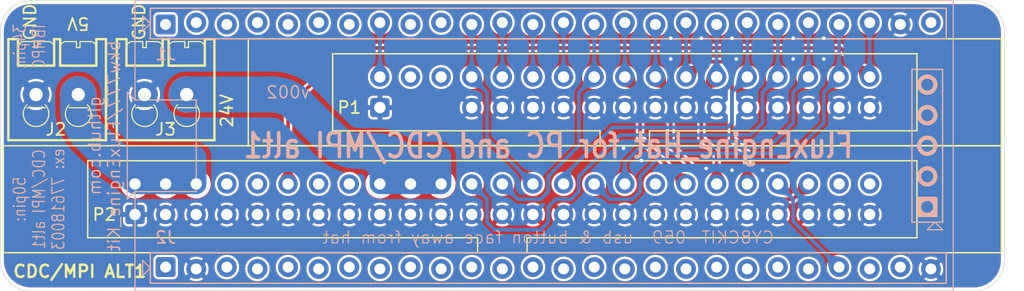
<source format=kicad_pcb>
(kicad_pcb (version 20240108) (generator "pcbnew") (generator_version "8.0")
  (title_block (title "FluxEngine_Hat for PC and CDC/MPI alt1") (date "2024-04-25") (rev "002") (company "Brian K. White - b.kenyon.w@gmail.com") (comment 1 "github.com/bkw777/FluxEngine_Kit"))
  (layers (0 "F.Cu" signal) (31 "B.Cu" signal) (34 "B.Paste" user) (35 "F.Paste" user) (36 "B.SilkS" user "B.Silkscreen") (37 "F.SilkS" user "F.Silkscreen") (38 "B.Mask" user) (39 "F.Mask" user) (44 "Edge.Cuts" user))
  (net 0 "")
  (net 1 "GND")
  (net 4 "/SIDE")
  (net 5 "/~{DSB}")
  (net 6 "/~{REDWC}")
  (net 7 "/~{TRK0}")
  (net 8 "/~{MOTB}")
  (net 9 "/~{WGATE}")
  (net 10 "/~{INDEX}")
  (net 11 "/~{WPROT}")
  (net 12 "/~{DSA}")
  (net 13 "/~{MOTA}")
  (net 14 "/~{STEP}")
  (net 15 "/DIR")
  (net 48 "/5VDC")
  (net 49 "/24VDC")
  (net 54 "/~{DSKCHG}")
  (net 57 "/~{WDATA}")
  (net 58 "/~{RDATA}")
  (net 60 "/~{TG43}")
  (footprint "000_LOCAL:IDC-Header_2x17_P2.54mm_Latch_Vertical - FDD" (layer "F.Cu") (at 133.985 93.345 90)
    (property "Reference" "P1" (at 0 -2.54 0) (layer "F.SilkS"))
    (property "Value" "FDC_BUS_IBMPC")
    (fp_line (start 5.715 -10.922) (end 5.715 51.562) (stroke (width 0.12)) (layer "F.SilkS"))
    (fp_line (start -3.175 -10.922) (end 5.715 -10.922) (stroke (width 0.12)) (layer "F.SilkS"))
    (fp_line (start 4.47 -3.92) (end 4.47 44.56) (stroke (width 0.12)) (layer "F.SilkS"))
    (fp_line (start -1.93 -3.92) (end 4.47 -3.92) (stroke (width 0.12)) (layer "F.SilkS"))
    (fp_line (start -1.93 18.27) (end -1.93 -3.92) (stroke (width 0.12)) (layer "F.SilkS"))
    (fp_line (start -3.175 18.27) (end -1.93 18.27) (stroke (width 0.12)) (layer "F.SilkS"))
    (fp_line (start -1.93 22.37) (end -1.93 22.37) (stroke (width 0.12)) (layer "F.SilkS"))
    (fp_line (start -1.93 22.37) (end -3.175 22.37) (stroke (width 0.12)) (layer "F.SilkS"))
    (fp_line (start 4.47 44.56) (end -1.93 44.56) (stroke (width 0.12)) (layer "F.SilkS"))
    (fp_line (start -1.93 44.56) (end -1.93 22.37) (stroke (width 0.12)) (layer "F.SilkS"))
    (fp_line (start 5.715 51.562) (end -3.175 51.562) (stroke (width 0.12)) (layer "F.SilkS"))
    (fp_line (start -3.175 51.562) (end -3.175 -10.922) (stroke (width 0.12)) (layer "F.SilkS"))
    (pad "1" thru_hole roundrect (at 0 0 90) (size 1.6 1.6) (drill 0.95) (layers "*.Cu" "*.Mask") (roundrect_rratio 0.15625) (net 1 "GND"))
    (pad "2" thru_hole circle (at 2.54 0 90) (size 1.6 1.6) (drill 0.95) (layers "*.Cu" "*.Mask") (net 6 "/~{REDWC}"))
    (pad "4" thru_hole circle (at 2.54 2.54 90) (size 1.6 1.6) (drill 0.95) (layers "*.Cu" "*.Mask"))
    (pad "6" thru_hole circle (at 2.54 5.08 90) (size 1.6 1.6) (drill 0.95) (layers "*.Cu" "*.Mask"))
    (pad "7" thru_hole circle (at 0 7.62 90) (size 1.6 1.6) (drill 0.95) (layers "*.Cu" "*.Mask") (net 1 "GND"))
    (pad "8" thru_hole circle (at 2.54 7.62 90) (size 1.6 1.6) (drill 0.95) (layers "*.Cu" "*.Mask") (net 10 "/~{INDEX}"))
    (pad "9" thru_hole circle (at 0 10.16 90) (size 1.6 1.6) (drill 0.95) (layers "*.Cu" "*.Mask") (net 1 "GND"))
    (pad "10" thru_hole circle (at 2.54 10.16 90) (size 1.6 1.6) (drill 0.95) (layers "*.Cu" "*.Mask") (net 13 "/~{MOTA}"))
    (pad "11" thru_hole circle (at 0 12.7 90) (size 1.6 1.6) (drill 0.95) (layers "*.Cu" "*.Mask") (net 1 "GND"))
    (pad "12" thru_hole circle (at 2.54 12.7 90) (size 1.6 1.6) (drill 0.95) (layers "*.Cu" "*.Mask") (net 5 "/~{DSB}"))
    (pad "13" thru_hole circle (at 0 15.24 90) (size 1.6 1.6) (drill 0.95) (layers "*.Cu" "*.Mask") (net 1 "GND"))
    (pad "14" thru_hole circle (at 2.54 15.24 90) (size 1.6 1.6) (drill 0.95) (layers "*.Cu" "*.Mask") (net 12 "/~{DSA}"))
    (pad "15" thru_hole circle (at 0 17.78 90) (size 1.6 1.6) (drill 0.95) (layers "*.Cu" "*.Mask") (net 1 "GND"))
    (pad "16" thru_hole circle (at 2.54 17.78 90) (size 1.6 1.6) (drill 0.95) (layers "*.Cu" "*.Mask") (net 8 "/~{MOTB}"))
    (pad "17" thru_hole circle (at 0 20.32 90) (size 1.6 1.6) (drill 0.95) (layers "*.Cu" "*.Mask") (net 1 "GND"))
    (pad "18" thru_hole circle (at 2.54 20.32 90) (size 1.6 1.6) (drill 0.95) (layers "*.Cu" "*.Mask") (net 15 "/DIR"))
    (pad "19" thru_hole circle (at 0 22.86 90) (size 1.6 1.6) (drill 0.95) (layers "*.Cu" "*.Mask") (net 1 "GND"))
    (pad "20" thru_hole circle (at 2.54 22.86 90) (size 1.6 1.6) (drill 0.95) (layers "*.Cu" "*.Mask") (net 14 "/~{STEP}"))
    (pad "21" thru_hole circle (at 0 25.4 90) (size 1.6 1.6) (drill 0.95) (layers "*.Cu" "*.Mask") (net 1 "GND"))
    (pad "22" thru_hole circle (at 2.54 25.4 90) (size 1.6 1.6) (drill 0.95) (layers "*.Cu" "*.Mask") (net 57 "/~{WDATA}"))
    (pad "23" thru_hole circle (at 0 27.94 90) (size 1.6 1.6) (drill 0.95) (layers "*.Cu" "*.Mask") (net 1 "GND"))
    (pad "24" thru_hole circle (at 2.54 27.94 90) (size 1.6 1.6) (drill 0.95) (layers "*.Cu" "*.Mask") (net 9 "/~{WGATE}"))
    (pad "25" thru_hole circle (at 0 30.48 90) (size 1.6 1.6) (drill 0.95) (layers "*.Cu" "*.Mask") (net 1 "GND"))
    (pad "26" thru_hole circle (at 2.54 30.48 90) (size 1.6 1.6) (drill 0.95) (layers "*.Cu" "*.Mask") (net 7 "/~{TRK0}"))
    (pad "27" thru_hole circle (at 0 33.02 90) (size 1.6 1.6) (drill 0.95) (layers "*.Cu" "*.Mask") (net 1 "GND"))
    (pad "28" thru_hole circle (at 2.54 33.02 90) (size 1.6 1.6) (drill 0.95) (layers "*.Cu" "*.Mask") (net 11 "/~{WPROT}"))
    (pad "29" thru_hole circle (at 0 35.56 90) (size 1.6 1.6) (drill 0.95) (layers "*.Cu" "*.Mask") (net 1 "GND"))
    (pad "30" thru_hole circle (at 2.54 35.56 90) (size 1.6 1.6) (drill 0.95) (layers "*.Cu" "*.Mask") (net 58 "/~{RDATA}"))
    (pad "31" thru_hole circle (at 0 38.1 90) (size 1.6 1.6) (drill 0.95) (layers "*.Cu" "*.Mask") (net 1 "GND"))
    (pad "32" thru_hole circle (at 2.54 38.1 90) (size 1.6 1.6) (drill 0.95) (layers "*.Cu" "*.Mask") (net 4 "/SIDE"))
    (pad "33" thru_hole circle (at 0 40.64 90) (size 1.6 1.6) (drill 0.95) (layers "*.Cu" "*.Mask") (net 1 "GND"))
    (pad "34" thru_hole circle (at 2.54 40.64 90) (size 1.6 1.6) (drill 0.95) (layers "*.Cu" "*.Mask") (net 54 "/~{DSKCHG}"))
  )
  (footprint "000_LOCAL:IDC-Header_2x25_P2.54mm_Latch_Vertical" (layer "F.Cu") (at 113.665001 102.235001 90)
    (property "Reference" "P2" (at 0 -2.54 0) (layer "F.SilkS"))
    (property "Value" "FDC_BUS_CDC_alt1")
    (fp_line (start 5.715 -10.922) (end 5.715 71.882) (stroke (width 0.12)) (layer "F.SilkS"))
    (fp_line (start -3.175 -10.922) (end 5.715 -10.922) (stroke (width 0.12)) (layer "F.SilkS"))
    (fp_line (start 4.47 -3.92) (end 4.47 64.88) (stroke (width 0.12)) (layer "F.SilkS"))
    (fp_line (start -1.930001 -3.92) (end 4.47 -3.92) (stroke (width 0.12)) (layer "F.SilkS"))
    (fp_line (start -1.93 28.43) (end -1.930001 -3.92) (stroke (width 0.12)) (layer "F.SilkS"))
    (fp_line (start -3.175 28.43) (end -1.93 28.43) (stroke (width 0.12)) (layer "F.SilkS"))
    (fp_line (start -1.93 32.530001) (end -1.93 32.530001) (stroke (width 0.12)) (layer "F.SilkS"))
    (fp_line (start -1.93 32.530001) (end -3.175 32.530001) (stroke (width 0.12)) (layer "F.SilkS"))
    (fp_line (start 4.47 64.88) (end -1.93 64.88) (stroke (width 0.12)) (layer "F.SilkS"))
    (fp_line (start -1.93 64.88) (end -1.93 32.530001) (stroke (width 0.12)) (layer "F.SilkS"))
    (fp_line (start 5.715 71.882) (end -3.175 71.882001) (stroke (width 0.12)) (layer "F.SilkS"))
    (fp_line (start -3.175 71.882001) (end -3.175 -10.922) (stroke (width 0.12)) (layer "F.SilkS"))
    (pad "1" thru_hole roundrect (at 0 0 90) (size 1.6 1.6) (drill 0.95) (layers "*.Cu" "*.Mask") (roundrect_rratio 0.15625) (net 1 "GND"))
    (pad "2" thru_hole circle (at 2.54 0 90) (size 1.6 1.6) (drill 0.95) (layers "*.Cu" "*.Mask") (net 48 "/5VDC"))
    (pad "3" thru_hole circle (at 0 2.54 90) (size 1.6 1.6) (drill 0.95) (layers "*.Cu" "*.Mask") (net 1 "GND"))
    (pad "4" thru_hole circle (at 2.54 2.54 90) (size 1.6 1.6) (drill 0.95) (layers "*.Cu" "*.Mask") (net 48 "/5VDC"))
    (pad "5" thru_hole circle (at 0 5.079999 90) (size 1.6 1.6) (drill 0.95) (layers "*.Cu" "*.Mask") (net 1 "GND"))
    (pad "6" thru_hole circle (at 2.54 5.08 90) (size 1.6 1.6) (drill 0.95) (layers "*.Cu" "*.Mask") (net 48 "/5VDC"))
    (pad "7" thru_hole circle (at 0 7.62 90) (size 1.6 1.6) (drill 0.95) (layers "*.Cu" "*.Mask") (net 1 "GND"))
    (pad "8" thru_hole circle (at 2.54 7.62 90) (size 1.6 1.6) (drill 0.95) (layers "*.Cu" "*.Mask"))
    (pad "9" thru_hole circle (at 0 10.16 90) (size 1.6 1.6) (drill 0.95) (layers "*.Cu" "*.Mask") (net 1 "GND"))
    (pad "10" thru_hole circle (at 2.54 10.16 90) (size 1.6 1.6) (drill 0.95) (layers "*.Cu" "*.Mask"))
    (pad "11" thru_hole circle (at 0 12.7 90) (size 1.6 1.6) (drill 0.95) (layers "*.Cu" "*.Mask") (net 1 "GND"))
    (pad "12" thru_hole circle (at 2.54 12.7 90) (size 1.6 1.6) (drill 0.95) (layers "*.Cu" "*.Mask") (net 54 "/~{DSKCHG}"))
    (pad "13" thru_hole circle (at 0 15.24 90) (size 1.6 1.6) (drill 0.95) (layers "*.Cu" "*.Mask") (net 1 "GND"))
    (pad "14" thru_hole circle (at 2.54 15.24 90) (size 1.6 1.6) (drill 0.95) (layers "*.Cu" "*.Mask"))
    (pad "15" thru_hole circle (at 0 17.780001 90) (size 1.6 1.6) (drill 0.95) (layers "*.Cu" "*.Mask") (net 1 "GND"))
    (pad "16" thru_hole circle (at 2.54 17.78 90) (size 1.6 1.6) (drill 0.95) (layers "*.Cu" "*.Mask"))
    (pad "17" thru_hole circle (at 0 20.32 90) (size 1.6 1.6) (drill 0.95) (layers "*.Cu" "*.Mask") (net 1 "GND"))
    (pad "18" thru_hole circle (at 2.54 20.32 90) (size 1.6 1.6) (drill 0.95) (layers "*.Cu" "*.Mask") (net 49 "/24VDC"))
    (pad "19" thru_hole circle (at 0 22.86 90) (size 1.6 1.6) (drill 0.95) (layers "*.Cu" "*.Mask") (net 1 "GND"))
    (pad "20" thru_hole circle (at 2.54 22.86 90) (size 1.6 1.6) (drill 0.95) (layers "*.Cu" "*.Mask") (net 49 "/24VDC"))
    (pad "21" thru_hole circle (at 0 25.4 90) (size 1.6 1.6) (drill 0.95) (layers "*.Cu" "*.Mask") (net 1 "GND"))
    (pad "22" thru_hole circle (at 2.54 25.4 90) (size 1.6 1.6) (drill 0.95) (layers "*.Cu" "*.Mask") (net 49 "/24VDC"))
    (pad "23" thru_hole circle (at 0 27.939999 90) (size 1.6 1.6) (drill 0.95) (layers "*.Cu" "*.Mask") (net 1 "GND"))
    (pad "24" thru_hole circle (at 2.54 27.94 90) (size 1.6 1.6) (drill 0.95) (layers "*.Cu" "*.Mask") (net 11 "/~{WPROT}"))
    (pad "25" thru_hole circle (at 0 30.48 90) (size 1.6 1.6) (drill 0.95) (layers "*.Cu" "*.Mask") (net 1 "GND"))
    (pad "26" thru_hole circle (at 2.54 30.48 90) (size 1.6 1.6) (drill 0.95) (layers "*.Cu" "*.Mask") (net 8 "/~{MOTB}"))
    (pad "27" thru_hole circle (at 0 33.02 90) (size 1.6 1.6) (drill 0.95) (layers "*.Cu" "*.Mask") (net 1 "GND"))
    (pad "28" thru_hole circle (at 2.54 33.02 90) (size 1.6 1.6) (drill 0.95) (layers "*.Cu" "*.Mask") (net 10 "/~{INDEX}"))
    (pad "29" thru_hole circle (at 0 35.56 90) (size 1.6 1.6) (drill 0.95) (layers "*.Cu" "*.Mask") (net 1 "GND"))
    (pad "30" thru_hole circle (at 2.54 35.56 90) (size 1.6 1.6) (drill 0.95) (layers "*.Cu" "*.Mask") (net 7 "/~{TRK0}"))
    (pad "31" thru_hole circle (at 0 38.099999 90) (size 1.6 1.6) (drill 0.95) (layers "*.Cu" "*.Mask") (net 1 "GND"))
    (pad "32" thru_hole circle (at 2.54 38.1 90) (size 1.6 1.6) (drill 0.95) (layers "*.Cu" "*.Mask") (net 4 "/SIDE"))
    (pad "33" thru_hole circle (at 0 40.640001 90) (size 1.6 1.6) (drill 0.95) (layers "*.Cu" "*.Mask") (net 1 "GND"))
    (pad "34" thru_hole circle (at 2.54 40.64 90) (size 1.6 1.6) (drill 0.95) (layers "*.Cu" "*.Mask") (net 58 "/~{RDATA}"))
    (pad "35" thru_hole circle (at 0 43.18 90) (size 1.6 1.6) (drill 0.95) (layers "*.Cu" "*.Mask") (net 1 "GND"))
    (pad "36" thru_hole circle (at 2.54 43.18 90) (size 1.6 1.6) (drill 0.95) (layers "*.Cu" "*.Mask"))
    (pad "37" thru_hole circle (at 0 45.72 90) (size 1.6 1.6) (drill 0.95) (layers "*.Cu" "*.Mask") (net 1 "GND"))
    (pad "38" thru_hole circle (at 2.54 45.72 90) (size 1.6 1.6) (drill 0.95) (layers "*.Cu" "*.Mask") (net 15 "/DIR"))
    (pad "39" thru_hole circle (at 0 48.26 90) (size 1.6 1.6) (drill 0.95) (layers "*.Cu" "*.Mask") (net 1 "GND"))
    (pad "40" thru_hole circle (at 2.54 48.26 90) (size 1.6 1.6) (drill 0.95) (layers "*.Cu" "*.Mask") (net 9 "/~{WGATE}"))
    (pad "41" thru_hole circle (at 0 50.799999 90) (size 1.6 1.6) (drill 0.95) (layers "*.Cu" "*.Mask") (net 1 "GND"))
    (pad "42" thru_hole circle (at 2.54 50.8 90) (size 1.6 1.6) (drill 0.95) (layers "*.Cu" "*.Mask") (net 57 "/~{WDATA}"))
    (pad "43" thru_hole circle (at 0 53.34 90) (size 1.6 1.6) (drill 0.95) (layers "*.Cu" "*.Mask") (net 1 "GND"))
    (pad "44" thru_hole circle (at 2.54 53.34 90) (size 1.6 1.6) (drill 0.95) (layers "*.Cu" "*.Mask") (net 60 "/~{TG43}"))
    (pad "45" thru_hole circle (at 0 55.88 90) (size 1.6 1.6) (drill 0.95) (layers "*.Cu" "*.Mask") (net 1 "GND"))
    (pad "46" thru_hole circle (at 2.54 55.88 90) (size 1.6 1.6) (drill 0.95) (layers "*.Cu" "*.Mask") (net 14 "/~{STEP}"))
    (pad "47" thru_hole circle (at 0 58.42 90) (size 1.6 1.6) (drill 0.95) (layers "*.Cu" "*.Mask") (net 1 "GND"))
    (pad "48" thru_hole circle (at 2.54 58.42 90) (size 1.6 1.6) (drill 0.95) (layers "*.Cu" "*.Mask"))
    (pad "49" thru_hole circle (at 0 60.959999 90) (size 1.6 1.6) (drill 0.95) (layers "*.Cu" "*.Mask") (net 1 "GND"))
    (pad "50" thru_hole circle (at 2.54 60.96 90) (size 1.6 1.6) (drill 0.95) (layers "*.Cu" "*.Mask"))
  )
  (footprint "000_LOCAL:ScrewTerminal_1x02_P3.5mm_vertical" (layer "F.Cu") (at 107.205001 91.859999)
    (property "Reference" "J2" (at -0.1 3.3 0) (layer "F.SilkS") (effects (font (size 1.000843 1.000843))))
    (property "Value" "5V" (at 1.75 -5.5 180) (layer "F.SilkS"))
    (fp_line (start -4.05 -4.2) (end -4.05 4.2) (stroke (width 0.2)) (layer "F.SilkS"))
    (fp_line (start -4.05 4.2) (end 4.05 4.2) (stroke (width 0.2)) (layer "F.SilkS"))
    (fp_line (start -3.25 -4.2) (end -4.05 -4.2) (stroke (width 0.2)) (layer "F.SilkS"))
    (fp_line (start -3.25 -2) (end -3.25 -4.2) (stroke (width 0.2)) (layer "F.SilkS"))
    (fp_line (start -2.75 -4) (end -1.9 -4) (stroke (width 0.1)) (layer "F.SilkS"))
    (fp_line (start -2.5 1.5) (end -1 1.5) (stroke (width 0.1)) (layer "F.SilkS"))
    (fp_line (start -1.9 -4) (end -1.9 -3.5) (stroke (width 0.1)) (layer "F.SilkS"))
    (fp_line (start -1.9 -3.5) (end -1.6 -3.5) (stroke (width 0.1)) (layer "F.SilkS"))
    (fp_line (start -1.6 -3.999998) (end -0.75 -3.999998) (stroke (width 0.1)) (layer "F.SilkS"))
    (fp_line (start -1.6 -3.5) (end -1.6 -4) (stroke (width 0.1)) (layer "F.SilkS"))
    (fp_line (start -0.25 -2) (end -3.25 -2) (stroke (width 0.2)) (layer "F.SilkS"))
    (fp_line (start -0.25 -2) (end -0.25 -4.2) (stroke (width 0.2)) (layer "F.SilkS"))
    (fp_line (start 0.25 -4.2) (end -0.25 -4.2) (stroke (width 0.2)) (layer "F.SilkS"))
    (fp_line (start 0.25 -2) (end 0.25 -4.2) (stroke (width 0.2)) (layer "F.SilkS"))
    (fp_line (start 0.75 -3.999998) (end 1.6 -3.999998) (stroke (width 0.1)) (layer "F.SilkS"))
    (fp_line (start 1 1.5) (end 2.5 1.5) (stroke (width 0.1)) (layer "F.SilkS"))
    (fp_line (start 1.6 -4) (end 1.6 -3.5) (stroke (width 0.1)) (layer "F.SilkS"))
    (fp_line (start 1.6 -3.499998) (end 1.9 -3.499998) (stroke (width 0.1)) (layer "F.SilkS"))
    (fp_line (start 1.9 -3.999998) (end 2.75 -3.999998) (stroke (width 0.1)) (layer "F.SilkS"))
    (fp_line (start 1.9 -3.499998) (end 1.9 -3.999998) (stroke (width 0.1)) (layer "F.SilkS"))
    (fp_line (start 3.25 -2) (end 0.25 -2) (stroke (width 0.2)) (layer "F.SilkS"))
    (fp_line (start 3.25 -2) (end 3.25 -4.2) (stroke (width 0.2)) (layer "F.SilkS"))
    (fp_line (start 4.05 -4.2) (end 3.25 -4.2) (stroke (width 0.2)) (layer "F.SilkS"))
    (fp_line (start 4.05 4.2) (end 4.05 -4.2) (stroke (width 0.2)) (layer "F.SilkS"))
    (fp_arc (start -3.25 -3.5) (mid -3.103553 -3.853553) (end -2.75 -4) (stroke (width 0.1)) (layer "F.SilkS"))
    (fp_arc (start -1 1.25) (mid -1.75 3.06066) (end -2.5 1.25) (stroke (width 0.1)) (layer "F.SilkS"))
    (fp_arc (start -0.75 -3.999998) (mid -0.396447 -3.853552) (end -0.250001 -3.499999) (stroke (width 0.1)) (layer "F.SilkS"))
    (fp_arc (start 0.25 -3.5) (mid 0.396447 -3.853553) (end 0.75 -4) (stroke (width 0.1)) (layer "F.SilkS"))
    (fp_arc (start 2.5 1.25) (mid 1.75 3.06066) (end 1 1.25) (stroke (width 0.1)) (layer "F.SilkS"))
    (fp_arc (start 2.75 -3.999998) (mid 3.103552 -3.853552) (end 3.249999 -3.499999) (stroke (width 0.1)) (layer "F.SilkS"))
    (pad "1" thru_hole circle (at -1.75 0.4) (size 2.2 2.2) (drill 1.1) (layers "*.Cu" "*.Mask") (net 1 "GND") (thermal_bridge_width 0.6))
    (pad "2" thru_hole circle (at 1.75 0.4) (size 2.2 2.2) (drill 1.1) (layers "*.Cu" "*.Mask") (net 48 "/5VDC"))
  )
  (footprint "000_LOCAL:ScrewTerminal_1x02_P3.5mm_vertical" (layer "F.Cu") (at 116.205001 91.859999)
    (property "Reference" "J3" (at 0 3.3 0) (layer "F.SilkS") (effects (font (size 1.000843 1.000843))))
    (property "Value" "24V" (at 4.5 1.75 90) (layer "F.SilkS") (effects (justify top)))
    (fp_line (start -4.05 -4.2) (end -4.05 4.2) (stroke (width 0.2)) (layer "F.SilkS"))
    (fp_line (start -4.05 4.2) (end 4.05 4.2) (stroke (width 0.2)) (layer "F.SilkS"))
    (fp_line (start -3.250001 -4.2) (end -4.05 -4.2) (stroke (width 0.2)) (layer "F.SilkS"))
    (fp_line (start -3.25 -2.000001) (end -3.250001 -4.2) (stroke (width 0.2)) (layer "F.SilkS"))
    (fp_line (start -2.75 -4) (end -1.9 -4) (stroke (width 0.1)) (layer "F.SilkS"))
    (fp_line (start -2.5 1.5) (end -1 1.5) (stroke (width 0.1)) (layer "F.SilkS"))
    (fp_line (start -1.9 -4) (end -1.9 -3.5) (stroke (width 0.1)) (layer "F.SilkS"))
    (fp_line (start -1.9 -3.5) (end -1.6 -3.5) (stroke (width 0.1)) (layer "F.SilkS"))
    (fp_line (start -1.6 -3.999998) (end -0.75 -3.999998) (stroke (width 0.1)) (layer "F.SilkS"))
    (fp_line (start -1.6 -3.5) (end -1.6 -4) (stroke (width 0.1)) (layer "F.SilkS"))
    (fp_line (start -0.25 -2) (end -3.25 -2.000001) (stroke (width 0.2)) (layer "F.SilkS"))
    (fp_line (start -0.25 -2) (end -0.25 -4.2) (stroke (width 0.2)) (layer "F.SilkS"))
    (fp_line (start 0.25 -4.2) (end -0.25 -4.2) (stroke (width 0.2)) (layer "F.SilkS"))
    (fp_line (start 0.25 -2) (end 0.25 -4.2) (stroke (width 0.2)) (layer "F.SilkS"))
    (fp_line (start 0.75 -3.999998) (end 1.6 -3.999998) (stroke (width 0.1)) (layer "F.SilkS"))
    (fp_line (start 1 1.5) (end 2.5 1.5) (stroke (width 0.1)) (layer "F.SilkS"))
    (fp_line (start 1.6 -4) (end 1.6 -3.5) (stroke (width 0.1)) (layer "F.SilkS"))
    (fp_line (start 1.6 -3.499998) (end 1.9 -3.499998) (stroke (width 0.1)) (layer "F.SilkS"))
    (fp_line (start 1.9 -3.999998) (end 2.75 -3.999998) (stroke (width 0.1)) (layer "F.SilkS"))
    (fp_line (start 1.9 -3.499998) (end 1.9 -3.999998) (stroke (width 0.1)) (layer "F.SilkS"))
    (fp_line (start 3.25 -2.000001) (end 0.25 -2) (stroke (width 0.2)) (layer "F.SilkS"))
    (fp_line (start 3.25 -2.000001) (end 3.250001 -4.2) (stroke (width 0.2)) (layer "F.SilkS"))
    (fp_line (start 4.05 -4.2) (end 3.250001 -4.2) (stroke (width 0.2)) (layer "F.SilkS"))
    (fp_line (start 4.05 4.2) (end 4.05 -4.2) (stroke (width 0.2)) (layer "F.SilkS"))
    (fp_arc (start -3.25 -3.5) (mid -3.103553 -3.853553) (end -2.75 -4) (stroke (width 0.1)) (layer "F.SilkS"))
    (fp_arc (start -1 1.25) (mid -1.749999 3.060659) (end -2.499999 1.25) (stroke (width 0.1)) (layer "F.SilkS"))
    (fp_arc (start -0.75 -3.999998) (mid -0.396447 -3.853552) (end -0.25 -3.499999) (stroke (width 0.1)) (layer "F.SilkS"))
    (fp_arc (start 0.25 -3.5) (mid 0.396447 -3.853553) (end 0.75 -4) (stroke (width 0.1)) (layer "F.SilkS"))
    (fp_arc (start 2.499999 1.25) (mid 1.749999 3.06066) (end 1 1.25) (stroke (width 0.1)) (layer "F.SilkS"))
    (fp_arc (start 2.75 -3.999998) (mid 3.103552 -3.853552) (end 3.249999 -3.499999) (stroke (width 0.1)) (layer "F.SilkS"))
    (pad "1" thru_hole circle (at -1.75 0.4) (size 2.2 2.2) (drill 1.1) (layers "*.Cu" "*.Mask") (net 1 "GND") (thermal_bridge_width 0.6))
    (pad "2" thru_hole circle (at 1.75 0.4) (size 2.2 2.2) (drill 1.1) (layers "*.Cu" "*.Mask") (net 49 "/24VDC"))
  )
  (footprint "000_LOCAL:CY8CKIT-059 dry fit" (layer "B.Cu") (at 116.205001 86.359999 -90)
    (property "Reference" "J1" (hide yes))
    (property "Value" "CY8CKIT-059")
    (fp_line (start 14.605 3.175) (end 5.715 3.175) (stroke (width 0.1)) (layer "B.SilkS"))
    (fp_line (start 6.35 2.54) (end 5.715 3.175) (stroke (width 0.1)) (layer "B.SilkS"))
    (fp_line (start 6.35 2.54) (end -1.905 2.54) (stroke (width 0.1)) (layer "B.SilkS"))
    (fp_line (start 6.35 2.54) (end 6.35 -2.54) (stroke (width 0.1)) (layer "B.SilkS"))
    (fp_line (start 13.97 2.54) (end 14.605 3.175) (stroke (width 0.1)) (layer "B.SilkS"))
    (fp_line (start 22.225 2.54) (end 13.97 2.54) (stroke (width 0.1)) (layer "B.SilkS"))
    (fp_line (start 22.225 2.54) (end 22.225 -65.3542) (stroke (width 0.1)) (layer "B.SilkS"))
    (fp_line (start -0.635 1.905) (end 0 1.27) (stroke (width 0.1)) (layer "B.SilkS"))
    (fp_line (start 0.635 1.905) (end -0.635 1.905) (stroke (width 0.1)) (layer "B.SilkS"))
    (fp_line (start 19.685 1.905) (end 20.32 1.27) (stroke (width 0.1)) (layer "B.SilkS"))
    (fp_line (start 20.955 1.905) (end 19.685 1.905) (stroke (width 0.1)) (layer "B.SilkS"))
    (fp_line (start 0 1.27) (end 0.635 1.905) (stroke (width 0.1)) (layer "B.SilkS"))
    (fp_line (start 1.27 1.27) (end -1.27 1.27) (stroke (width 0.12)) (layer "B.SilkS"))
    (fp_line (start 20.32 1.27) (end 20.955 1.905) (stroke (width 0.1)) (layer "B.SilkS"))
    (fp_line (start 21.59 1.27) (end 19.05 1.27) (stroke (width 0.12)) (layer "B.SilkS"))
    (fp_line (start 6.35 -2.54) (end 13.97 -2.54) (stroke (width 0.1)) (layer "B.SilkS"))
    (fp_line (start 13.97 -2.54) (end 13.97 2.54) (stroke (width 0.1)) (layer "B.SilkS"))
    (fp_line (start 3.809998 -61.9252) (end 16.509999 -61.925199) (stroke (width 0.12)) (layer "B.SilkS"))
    (fp_line (start 17.145 -63.1952) (end 16.51 -63.8302) (stroke (width 0.1)) (layer "B.SilkS"))
    (fp_line (start 16.51 -63.8302) (end 17.145 -64.4652) (stroke (width 0.1)) (layer "B.SilkS"))
    (fp_line (start 3.809998 -64.4652) (end 3.809998 -61.9252) (stroke (width 0.12)) (layer "B.SilkS"))
    (fp_line (start 3.809998 -64.4652) (end 16.509999 -64.465201) (stroke (width 0.12)) (layer "B.SilkS"))
    (fp_line (start 17.145 -64.4652) (end 17.145 -63.1952) (stroke (width 0.1)) (layer "B.SilkS"))
    (fp_line (start 16.509999 -64.465201) (end 16.509999 -61.925199) (stroke (width 0.12)) (layer "B.SilkS"))
    (fp_line (start -1.27 -64.77) (end -1.27 1.27) (stroke (width 0.12)) (layer "B.SilkS"))
    (fp_line (start 1.27 -64.77) (end 1.27 1.27) (stroke (width 0.12)) (layer "B.SilkS"))
    (fp_line (start 1.27 -64.77) (end -1.27 -64.77) (stroke (width 0.12)) (layer "B.SilkS"))
    (fp_line (start 19.05 -64.77) (end 19.05 1.27) (stroke (width 0.12)) (layer "B.SilkS"))
    (fp_line (start 21.59 -64.77) (end 21.59 1.27) (stroke (width 0.12)) (layer "B.SilkS"))
    (fp_line (start 21.59 -64.77) (end 19.05 -64.77) (stroke (width 0.12)) (layer "B.SilkS"))
    (fp_line (start -1.905 -65.3542) (end -1.905 2.54) (stroke (width 0.1)) (layer "B.SilkS"))
    (fp_line (start 22.225 -65.3542) (end -1.905 -65.3542) (stroke (width 0.1)) (layer "B.SilkS"))
    (fp_rect (start 15.9131 -63.8683) (end 14.5669 -62.5221) (stroke (width 0.35052)) (fill none) (layer "B.SilkS"))
    (fp_circle (center 5.08 -63.1952) (end 5.7531 -63.1952) (stroke (width 0.35052)) (fill none) (layer "B.SilkS"))
    (fp_circle (center 7.62 -63.1952) (end 8.2931 -63.1952) (stroke (width 0.35052)) (fill none) (layer "B.SilkS"))
    (fp_circle (center 10.16 -63.1952) (end 10.8331 -63.1952) (stroke (width 0.35052)) (fill none) (layer "B.SilkS"))
    (fp_circle (center 12.7 -63.1952) (end 13.3731 -63.1952) (stroke (width 0.35052)) (fill none) (layer "B.SilkS"))
    (fp_circle (center 15.24 -63.1952) (end 15.9131 -63.1952) (stroke (width 0.35052)) (fill none) (layer "B.SilkS"))
    (fp_text user "J2" (at 17.78 0 0) (layer "B.SilkS") (effects (justify mirror)))
    (fp_text user "J1" (at 2.54 0 0) (layer "B.SilkS") (effects (justify mirror)))
    (pad "J1_1" thru_hole roundrect (at 0.0762 0 270) (size 1.651 1.651) (drill 0.9144) (layers "*.Cu" "*.Mask") (roundrect_rratio 0.1514233798))
    (pad "J1_2" thru_hole circle (at -0.0762 -2.54 270) (size 1.651 1.651) (drill 0.9144) (layers "*.Cu" "*.Mask"))
    (pad "J1_3" thru_hole circle (at 0.0762 -5.08 270) (size 1.651 1.651) (drill 0.9144) (layers "*.Cu" "*.Mask"))
    (pad "J1_4" thru_hole circle (at -0.0762 -7.62 270) (size 1.651 1.651) (drill 0.9144) (layers "*.Cu" "*.Mask"))
    (pad "J1_5" thru_hole circle (at 0.0762 -10.16 270) (size 1.651 1.651) (drill 0.9144) (layers "*.Cu" "*.Mask"))
    (pad "J1_6" thru_hole circle (at -0.0762 -12.7 270) (size 1.651 1.651) (drill 0.9144) (layers "*.Cu" "*.Mask"))
    (pad "J1_7" thru_hole circle (at 0.0762 -15.24 270) (size 1.651 1.651) (drill 0.9144) (layers "*.Cu" "*.Mask"))
    (pad "J1_8" thru_hole circle (at -0.0762 -17.78 270) (size 1.651 1.651) (drill 0.9144) (layers "*.Cu" "*.Mask") (net 6 "/~{REDWC}"))
    (pad "J1_9" thru_hole circle (at 0.0762 -20.32 270) (size 1.651 1.651) (drill 0.9144) (layers "*.Cu" "*.Mask"))
    (pad "J1_10" thru_hole circle (at -0.0762 -22.86 270) (size 1.651 1.651) (drill 0.9144) (layers "*.Cu" "*.Mask"))
    (pad "J1_11" thru_hole circle (at 0.0762 -25.4 270) (size 1.651 1.651) (drill 0.9144) (layers "*.Cu" "*.Mask") (net 10 "/~{INDEX}"))
    (pad "J1_12" thru_hole circle (at -0.0762 -27.94 270) (size 1.651 1.651) (drill 0.9144) (layers "*.Cu" "*.Mask") (net 13 "/~{MOTA}"))
    (pad "J1_13" thru_hole circle (at 0.0762 -30.48 270) (size 1.651 1.651) (drill 0.9144) (layers "*.Cu" "*.Mask") (net 5 "/~{DSB}"))
    (pad "J1_14" thru_hole circle (at -0.0762 -33.02 270) (size 1.651 1.651) (drill 0.9144) (layers "*.Cu" "*.Mask") (net 12 "/~{DSA}"))
    (pad "J1_15" thru_hole circle (at 0.0762 -35.56 270) (size 1.651 1.651) (drill 0.9144) (layers "*.Cu" "*.Mask") (net 8 "/~{MOTB}"))
    (pad "J1_16" thru_hole circle (at -0.0762 -38.1 270) (size 1.651 1.651) (drill 0.9144) (layers "*.Cu" "*.Mask") (net 15 "/DIR"))
    (pad "J1_17" thru_hole circle (at 0.0762 -40.64 270) (size 1.651 1.651) (drill 0.9144) (layers "*.Cu" "*.Mask") (net 14 "/~{STEP}"))
    (pad "J1_18" thru_hole circle (at -0.0762 -43.18 270) (size 1.651 1.651) (drill 0.9144) (layers "*.Cu" "*.Mask") (net 57 "/~{WDATA}"))
    (pad "J1_19" thru_hole circle (at 0.0762 -45.72 270) (size 1.651 1.651) (drill 0.9144) (layers "*.Cu" "*.Mask") (net 9 "/~{WGATE}"))
    (pad "J1_20" thru_hole circle (at -0.0762 -48.26 270) (size 1.651 1.651) (drill 0.9144) (layers "*.Cu" "*.Mask") (net 7 "/~{TRK0}"))
    (pad "J1_21" thru_hole circle (at 0.0762 -50.8 270) (size 1.651 1.651) (drill 0.9144) (layers "*.Cu" "*.Mask") (net 11 "/~{WPROT}"))
    (pad "J1_22" thru_hole circle (at -0.0762 -53.34 270) (size 1.651 1.651) (drill 0.9144) (layers "*.Cu" "*.Mask") (net 58 "/~{RDATA}"))
    (pad "J1_23" thru_hole circle (at 0.0762 -55.88 270) (size 1.651 1.651) (drill 0.9144) (layers "*.Cu" "*.Mask") (net 4 "/SIDE"))
    (pad "J1_24" thru_hole circle (at -0.0762 -58.42 270) (size 1.651 1.651) (drill 0.9144) (layers "*.Cu" "*.Mask") (net 54 "/~{DSKCHG}"))
    (pad "J1_25" thru_hole circle (at 0.0762 -60.96 270) (size 1.651 1.651) (drill 0.9144) (layers "*.Cu" "*.Mask") (net 1 "GND"))
    (pad "J1_26" thru_hole circle (at -0.0762 -63.5 270) (size 1.651 1.651) (drill 0.9144) (layers "*.Cu" "*.Mask"))
    (pad "J2_1" thru_hole roundrect (at 20.2438 0 270) (size 1.651 1.651) (drill 0.9144) (layers "*.Cu" "*.Mask") (roundrect_rratio 0.1514233798))
    (pad "J2_2" thru_hole circle (at 20.3962 -2.54 270) (size 1.651 1.651) (drill 0.9144) (layers "*.Cu" "*.Mask") (net 1 "GND"))
    (pad "J2_3" thru_hole circle (at 20.2438 -5.08 270) (size 1.651 1.651) (drill 0.9144) (layers "*.Cu" "*.Mask"))
    (pad "J2_4" thru_hole circle (at 20.3962 -7.62 270) (size 1.651 1.651) (drill 0.9144) (layers "*.Cu" "*.Mask"))
    (pad "J2_5" thru_hole circle (at 20.2438 -10.16 270) (size 1.651 1.651) (drill 0.9144) (layers "*.Cu" "*.Mask"))
    (pad "J2_6" thru_hole circle (at 20.3962 -12.7 270) (size 1.651 1.651) (drill 0.9144) (layers "*.Cu" "*.Mask"))
    (pad "J2_7" thru_hole circle (at 20.2438 -15.24 270) (size 1.651 1.651) (drill 0.9144) (layers "*.Cu" "*.Mask"))
    (pad "J2_8" thru_hole circle (at 20.3962 -17.78 270) (size 1.651 1.651) (drill 0.9144) (layers "*.Cu" "*.Mask"))
    (pad "J2_9" thru_hole circle (at 20.2438 -20.32 270) (size 1.651 1.651) (drill 0.9144) (layers "*.Cu" "*.Mask"))
    (pad "J2_10" thru_hole circle (at 20.3962 -22.86 270) (size 1.651 1.651) (drill 0.9144) (layers "*.Cu" "*.Mask"))
    (pad "J2_11" thru_hole circle (at 20.2438 -25.4 270) (size 1.651 1.651) (drill 0.9144) (layers "*.Cu" "*.Mask"))
    (pad "J2_12" thru_hole circle (at 20.3962 -27.94 270) (size 1.651 1.651) (drill 0.9144) (layers "*.Cu" "*.Mask"))
    (pad "J2_13" thru_hole circle (at 20.2438 -30.48 270) (size 1.651 1.651) (drill 0.9144) (layers "*.Cu" "*.Mask"))
    (pad "J2_14" thru_hole circle (at 20.3962 -33.02 270) (size 1.651 1.651) (drill 0.9144) (layers "*.Cu" "*.Mask"))
    (pad "J2_15" thru_hole circle (at 20.2438 -35.56 270) (size 1.651 1.651) (drill 0.9144) (layers "*.Cu" "*.Mask"))
    (pad "J2_16" thru_hole circle (at 20.3962 -38.1 270) (size 1.651 1.651) (drill 0.9144) (layers "*.Cu" "*.Mask"))
    (pad "J2_17" thru_hole circle (at 20.2438 -40.64 270) (size 1.651 1.651) (drill 0.9144) (layers "*.Cu" "*.Mask"))
    (pad "J2_18" thru_hole circle (at 20.3962 -43.18 270) (size 1.651 1.651) (drill 0.9144) (layers "*.Cu" "*.Mask"))
    (pad "J2_19" thru_hole circle (at 20.2438 -45.72 270) (size 1.651 1.651) (drill 0.9144) (layers "*.Cu" "*.Mask"))
    (pad "J2_20" thru_hole circle (at 20.3962 -48.26 270) (size 1.651 1.651) (drill 0.9144) (layers "*.Cu" "*.Mask"))
    (pad "J2_21" thru_hole circle (at 20.2438 -50.8 270) (size 1.651 1.651) (drill 0.9144) (layers "*.Cu" "*.Mask"))
    (pad "J2_22" thru_hole circle (at 20.3962 -53.34 270) (size 1.651 1.651) (drill 0.9144) (layers "*.Cu" "*.Mask"))
    (pad "J2_23" thru_hole circle (at 20.2438 -55.88 270) (size 1.651 1.651) (drill 0.9144) (layers "*.Cu" "*.Mask") (net 60 "/~{TG43}"))
    (pad "J2_24" thru_hole circle (at 20.3962 -58.42 270) (size 1.651 1.651) (drill 0.9144) (layers "*.Cu" "*.Mask"))
    (pad "J2_25" thru_hole circle (at 20.2438 -60.96 270) (size 1.651 1.651) (drill 0.9144) (layers "*.Cu" "*.Mask"))
    (pad "J2_26" thru_hole circle (at 20.3962 -63.5 270) (size 1.651 1.651) (drill 0.9144) (layers "*.Cu" "*.Mask") (net 1 "GND"))
  )
  (gr_line (start 113.665001 99.695001) (end 111.455001 98.109999) (stroke (width 1.7)) (layer "B.Cu") (net 48))
  (gr_rect (start 133.985001 97.445724) (end 139.065001 99.695001) (stroke (width 1.7)) (fill solid) (layer "B.Cu") (net 49))
  (gr_rect (start 113.665001 97.445724) (end 118.745001 99.695001) (stroke (width 1.7)) (fill solid) (layer "B.Cu") (net 48))
  (gr_arc (start 132.425001 98.249999) (mid 133.068468 98.516532) (end 133.335001 99.159999) (stroke (width 0.4)) (layer "B.Cu") (net 49))
  (gr_arc (start 183.261 84.455001) (mid 185.057051 85.198949) (end 185.801 86.995) (stroke (width 0.05)) (layer "Edge.Cuts"))
  (gr_arc (start 102.489 86.995) (mid 103.232949 85.198948) (end 105.029001 84.454999) (stroke (width 0.05)) (layer "Edge.Cuts"))
  (gr_arc (start 185.801 106.045) (mid 185.057051 107.841051) (end 183.261 108.585) (stroke (width 0.05)) (layer "Edge.Cuts"))
  (gr_line (start 102.489 86.995) (end 102.489 106.045) (stroke (width 0.05)) (layer "Edge.Cuts"))
  (gr_line (start 183.261 84.455001) (end 105.029001 84.454999) (stroke (width 0.05)) (layer "Edge.Cuts"))
  (gr_line (start 185.801 106.045) (end 185.801 86.995) (stroke (width 0.05)) (layer "Edge.Cuts"))
  (gr_line (start 105.029 108.584999) (end 183.261 108.585) (stroke (width 0.05)) (layer "Edge.Cuts"))
  (gr_arc (start 105.029 108.584999) (mid 103.232949 107.841051) (end 102.489 106.045) (stroke (width 0.05)) (layer "Edge.Cuts"))
  (gr_text "${TITLE}" (at 147.955001 96.52 0) (layer "B.SilkS") (effects (font (size 2 1.6) (thickness 0.3)) (justify mirror)))
  (gr_text "34pin:\nIBMPC" (at 103.505001 88.264999 90) (layer "B.SilkS") (effects (font (size 1 0.8) (thickness 0.1)) (justify top mirror)))
  (gr_text "50pin:\nCDC/MPI alt1\nex: 77618003" (at 103.505001 100.964999 90) (layer "B.SilkS") (effects (font (size 1 0.8) (thickness 0.1)) (justify top mirror)))
  (gr_text "github.com\nbkw777/FluxEngine_Kit" (at 111.125001 96.519999 90) (layer "B.SilkS") (effects (font (size 1 1) (thickness 0.12)) (justify mirror)))
  (gr_text "v${REVISION}" (at 126.365001 92.074999 0) (layer "B.SilkS") (effects (font (size 1 1) (thickness 0.12)) (justify mirror)))
  (gr_text "CY8CKIT-059  usb & button face away from hat" (at 147.955001 104.139999 0) (layer "B.SilkS") (effects (font (size 1 1) (thickness 0.1)) (justify mirror)))
  (gr_text "CDC/MPI ALT1" (at 103.455001 106.959999 0) (layer "F.SilkS") (effects (font (size 1.016 1.016) (thickness 0.2032) (bold yes)) (justify left)))
  (gr_text "GND" (at 104.955001 87.859999 90) (layer "F.SilkS") (effects (font (size 1 1)) (justify left)))
  (gr_text "GND" (at 114.005001 87.859999 90) (layer "F.SilkS") (effects (font (size 1 1)) (justify left)))
  (via (at 163.195001 87.579199) (size 0.6) (drill 0.3) (layers "F.Cu" "B.Cu") (net 1))
  (via (at 168.275001 89.306399) (size 0.6) (drill 0.3) (layers "F.Cu" "B.Cu") (net 1))
  (via (at 165.735001 98.551999) (size 0.6) (drill 0.3) (layers "F.Cu" "B.Cu") (net 1))
  (via (at 163.195001 98.551999) (size 0.6) (drill 0.3) (layers "F.Cu" "B.Cu") (net 1))
  (via (at 155.676601 97.739199) (size 0.6) (drill 0.3) (layers "F.Cu" "B.Cu") (net 1))
  (via (at 170.815001 87.579199) (size 0.6) (drill 0.3) (layers "F.Cu" "B.Cu") (net 1))
  (via (at 154.203401 96.723199) (size 0.6) (drill 0.3) (layers "F.Cu" "B.Cu") (net 1))
  (via (at 163.550601 89.306399) (size 0.6) (drill 0.3) (layers "F.Cu" "B.Cu") (net 1))
  (via (at 170.815001 89.306399) (size 0.6) (drill 0.3) (layers "F.Cu" "B.Cu") (net 1))
  (via (at 158.115001 89.306399) (size 0.6) (drill 0.3) (layers "F.Cu" "B.Cu") (net 1))
  (via (at 168.275001 87.579199) (size 0.6) (drill 0.3) (layers "F.Cu" "B.Cu") (net 1))
  (via (at 160.655001 87.579199) (size 0.6) (drill 0.3) (layers "F.Cu" "B.Cu") (net 1))
  (via (at 158.115001 87.579199) (size 0.6) (drill 0.3) (layers "F.Cu" "B.Cu") (net 1))
  (via (at 161.061401 98.399599) (size 0.6) (drill 0.3) (layers "F.Cu" "B.Cu") (net 1))
  (segment (start 155.575001 99.059999) (end 156.972001 97.662999) (width 0.3) (layer "B.Cu") (net 4))
  (segment (start 170.815001 92.074999) (end 172.085 90.805) (width 0.3) (layer "B.Cu") (net 4))
  (segment (start 172.085001 90.804999) (end 172.085 90.805) (width 0.3) (layer "B.Cu") (net 4))
  (segment (start 155.575001 100.329999) (end 155.575001 99.059999) (width 0.3) (layer "B.Cu") (net 4))
  (segment (start 151.765001 99.695001) (end 153.034999 100.964999) (width 0.3) (layer "B.Cu") (net 4))
  (segment (start 154.940001 100.964999) (end 155.575001 100.329999) (width 0.3) (layer "B.Cu") (net 4))
  (segment (start 156.972001 97.662999) (end 167.767001 97.662999) (width 0.3) (layer "B.Cu") (net 4))
  (segment (start 167.767001 97.662999) (end 170.815001 94.614999) (width 0.3) (layer "B.Cu") (net 4))
  (segment (start 170.815001 94.614999) (end 170.815001 92.074999) (width 0.3) (layer "B.Cu") (net 4))
  (segment (start 172.085001 86.436199) (end 172.085001 90.804999) (width 0.3) (layer "B.Cu") (net 4))
  (segment (start 153.034999 100.964999) (end 154.940001 100.964999) (width 0.3) (layer "B.Cu") (net 4))
  (segment (start 146.685001 90.804999) (end 146.685 90.805) (width 0.3) (layer "B.Cu") (net 5))
  (segment (start 146.685001 86.436199) (end 146.685001 90.804999) (width 0.3) (layer "B.Cu") (net 5))
  (segment (start 133.985001 90.804999) (end 133.985 90.805) (width 0.3) (layer "B.Cu") (net 6))
  (segment (start 133.985001 86.283799) (end 133.985001 90.804999) (width 0.3) (layer "B.Cu") (net 6))
  (segment (start 163.195001 94.614999) (end 163.195001 92.074999) (width 0.3) (layer "B.Cu") (net 7))
  (segment (start 164.465001 86.283799) (end 164.465001 90.804999) (width 0.3) (layer "B.Cu") (net 7))
  (segment (start 149.225001 99.059999) (end 153.289001 94.995999) (width 0.3) (layer "B.Cu") (net 7))
  (segment (start 164.465001 90.804999) (end 164.465 90.805) (width 0.3) (layer "B.Cu") (net 7))
  (segment (start 162.814001 94.995999) (end 163.195001 94.614999) (width 0.3) (layer "B.Cu") (net 7))
  (segment (start 163.195001 92.074999) (end 164.465 90.805) (width 0.3) (layer "B.Cu") (net 7))
  (segment (start 153.289001 94.995999) (end 162.814001 94.995999) (width 0.3) (layer "B.Cu") (net 7))
  (segment (start 149.225001 99.695001) (end 149.225001 99.059999) (width 0.3) (layer "B.Cu") (net 7))
  (segment (start 151.765001 86.436199) (end 151.765001 90.804999) (width 0.3) (layer "B.Cu") (net 8))
  (segment (start 144.145001 99.695001) (end 145.414999 100.964999) (width 0.3) (layer "B.Cu") (net 8))
  (segment (start 147.955001 100.329999) (end 147.955001 99.059999) (width 0.3) (layer "B.Cu") (net 8))
  (segment (start 147.320001 100.964999) (end 147.955001 100.329999) (width 0.3) (layer "B.Cu") (net 8))
  (segment (start 150.495001 92.074999) (end 151.765 90.805) (width 0.3) (layer "B.Cu") (net 8))
  (segment (start 145.414999 100.964999) (end 147.320001 100.964999) (width 0.3) (layer "B.Cu") (net 8))
  (segment (start 150.495001 96.519999) (end 150.495001 92.074999) (width 0.3) (layer "B.Cu") (net 8))
  (segment (start 151.765001 90.804999) (end 151.765 90.805) (width 0.3) (layer "B.Cu") (net 8))
  (segment (start 147.955001 99.059999) (end 150.495001 96.519999) (width 0.3) (layer "B.Cu") (net 8))
  (segment (start 161.925001 99.695001) (end 161.925001 97.154999) (width 0.3) (layer "F.Cu") (net 9))
  (segment (start 160.655001 92.074999) (end 161.925 90.805) (width 0.3) (layer "F.Cu") (net 9))
  (segment (start 161.925001 97.154999) (end 160.655001 95.884999) (width 0.3) (layer "F.Cu") (net 9))
  (segment (start 160.655001 95.884999) (end 160.655001 92.074999) (width 0.3) (layer "F.Cu") (net 9))
  (segment (start 161.925001 86.436199) (end 161.925001 90.804999) (width 0.3) (layer "B.Cu") (net 9))
  (segment (start 161.925001 90.804999) (end 161.925 90.805) (width 0.3) (layer "B.Cu") (net 9))
  (segment (start 141.605001 90.804999) (end 141.605 90.805) (width 0.3) (layer "B.Cu") (net 10))
  (segment (start 146.685001 99.695001) (end 142.875001 95.885001) (width 0.3) (layer "B.Cu") (net 10))
  (segment (start 142.875001 95.885001) (end 142.875001 92.075001) (width 0.3) (layer "B.Cu") (net 10))
  (segment (start 142.875001 92.075001) (end 141.605 90.805) (width 0.3) (layer "B.Cu") (net 10))
  (segment (start 141.605001 86.436199) (end 141.605001 90.804999) (width 0.3) (layer "B.Cu") (net 10))
  (segment (start 153.924001 95.630999) (end 164.719001 95.630999) (width 0.3) (layer "B.Cu") (net 11))
  (segment (start 167.005001 90.804999) (end 167.005 90.805) (width 0.3) (layer "B.Cu") (net 11))
  (segment (start 141.605001 99.695001) (end 142.875001 100.965001) (width 0.3) (layer "B.Cu") (net 11))
  (segment (start 149.860001 100.964999) (end 150.495001 100.329999) (width 0.3) (layer "B.Cu") (net 11))
  (segment (start 142.875001 100.965001) (end 142.875001 102.869999) (width 0.3) (layer "B.Cu") (net 11))
  (segment (start 147.955001 102.869999) (end 147.955001 101.599999) (width 0.3) (layer "B.Cu") (net 11))
  (segment (start 147.955001 101.599999) (end 148.590001 100.964999) (width 0.3) (layer "B.Cu") (net 11))
  (segment (start 148.590001 100.964999) (end 149.860001 100.964999) (width 0.3) (layer "B.Cu") (net 11))
  (segment (start 165.735001 94.614999) (end 165.735001 92.074999) (width 0.3) (layer "B.Cu") (net 11))
  (segment (start 150.495001 99.059999) (end 153.924001 95.630999) (width 0.3) (layer "B.Cu") (net 11))
  (segment (start 147.320001 103.504999) (end 147.955001 102.869999) (width 0.3) (layer "B.Cu") (net 11))
  (segment (start 165.735001 92.074999) (end 167.005 90.805) (width 0.3) (layer "B.Cu") (net 11))
  (segment (start 167.005001 86.436199) (end 167.005001 90.804999) (width 0.3) (layer "B.Cu") (net 11))
  (segment (start 164.719001 95.630999) (end 165.735001 94.614999) (width 0.3) (layer "B.Cu") (net 11))
  (segment (start 142.875001 102.869999) (end 143.510001 103.504999) (width 0.3) (layer "B.Cu") (net 11))
  (segment (start 150.495001 100.329999) (end 150.495001 99.059999) (width 0.3) (layer "B.Cu") (net 11))
  (segment (start 143.510001 103.504999) (end 147.320001 103.504999) (width 0.3) (layer "B.Cu") (net 11))
  (segment (start 149.225001 90.804999) (end 149.225 90.805) (width 0.3) (layer "B.Cu") (net 12))
  (segment (start 149.225001 86.283799) (end 149.225001 90.804999) (width 0.3) (layer "B.Cu") (net 12))
  (segment (start 144.145001 90.804999) (end 144.145 90.805) (width 0.3) (layer "B.Cu") (net 13))
  (segment (start 144.145001 86.283799) (end 144.145001 90.804999) (width 0.3) (layer "B.Cu") (net 13))
  (segment (start 158.115001 96.519999) (end 158.115001 92.075001) (width 0.3) (layer "F.Cu") (net 14))
  (segment (start 158.115001 92.075001) (end 156.845 90.805) (width 0.3) (layer "F.Cu") (net 14))
  (segment (start 160.655001 99.059999) (end 158.115001 96.519999) (width 0.3) (layer "F.Cu") (net 14))
  (segment (start 160.655001 100.329999) (end 160.655001 99.059999) (width 0.3) (layer "F.Cu") (net 14))
  (segment (start 161.290001 100.964999) (end 160.655001 100.329999) (width 0.3) (layer "F.Cu") (net 14))
  (segment (start 168.275003 100.964999) (end 161.290001 100.964999) (width 0.3) (layer "F.Cu") (net 14))
  (segment (start 169.545001 99.695001) (end 168.275003 100.964999) (width 0.3) (layer "F.Cu") (net 14))
  (segment (start 156.845001 90.804999) (end 156.845 90.805) (width 0.3) (layer "B.Cu") (net 14))
  (segment (start 156.845001 86.436199) (end 156.845001 90.804999) (width 0.3) (layer "B.Cu") (net 14))
  (segment (start 155.575001 92.075001) (end 154.305 90.805) (width 0.3) (layer "F.Cu") (net 15))
  (segment (start 159.385001 99.695001) (end 155.575001 95.885001) (width 0.3) (layer "F.Cu") (net 15))
  (segment (start 155.575001 95.885001) (end 155.575001 92.075001) (width 0.3) (layer "F.Cu") (net 15))
  (segment (start 154.305001 90.804999) (end 154.305 90.805) (width 0.3) (layer "B.Cu") (net 15))
  (segment (start 154.305001 86.283799) (end 154.305001 90.804999) (width 0.3) (layer "B.Cu") (net 15))
  (segment (start 109.833681 95.609679) (end 111.440122 97.21612) (width 3) (layer "B.Cu") (net 48))
  (segment (start 108.955001 92.259999) (end 108.305601 92.909399) (width 1.7) (layer "B.Cu") (net 48))
  (segment (start 115.729438 98.094799) (end 116.205001 98.570362) (width 3) (layer "B.Cu") (net 48))
  (segment (start 113.561442 98.094799) (end 115.729438 98.094799) (width 3) (layer "B.Cu") (net 48))
  (segment (start 113.664999 99.694999) (end 113.665001 99.695001) (width 1.7) (layer "B.Cu") (net 48))
  (segment (start 108.955001 92.259999) (end 108.955001 93.488358) (width 3) (layer "B.Cu") (net 48))
  (arc (start 113.561442 98.094799) (mid 112.413392 97.866438) (end 111.440122 97.21612) (width 3) (layer "B.Cu") (net 48))
  (arc (start 109.833681 95.609679) (mid 109.183362 94.636409) (end 108.955001 93.488358) (width 3) (layer "B.Cu") (net 48))
  (segment (start 117.955001 92.259999) (end 125.05336 92.259999) (width 3) (layer "B.Cu") (net 49))
  (segment (start 132.228642 96.949999) (end 133.661997 96.949999) (width 3) (layer "B.Cu") (net 49))
  (segment (start 135.783318 97.828679) (end 136.525001 98.570362) (width 3) (layer "B.Cu") (net 49))
  (segment (start 127.174681 93.138679) (end 130.107322 96.07132) (width 3) (layer "B.Cu") (net 49))
  (arc (start 127.174681 93.138679) (mid 126.201411 92.48836) (end 125.05336 92.259999) (width 3) (layer "B.Cu") (net 49))
  (arc (start 135.783318 97.828679) (mid 134.810048 97.17836) (end 133.661997 96.949999) (width 3) (layer "B.Cu") (net 49))
  (arc (start 132.228642 96.949999) (mid 131.080592 96.721638) (end 130.107322 96.07132) (width 3) (layer "B.Cu") (net 49))
  (segment (start 172.211999 88.391999) (end 131.318001 88.391999) (width 0.3) (layer "F.Cu") (net 54))
  (segment (start 126.365001 93.344999) (end 126.365001 99.695001) (width 0.3) (layer "F.Cu") (net 54))
  (segment (start 131.318001 88.391999) (end 126.365001 93.344999) (width 0.3) (layer "F.Cu") (net 54))
  (segment (start 174.625 90.805) (end 172.211999 88.391999) (width 0.3) (layer "F.Cu") (net 54))
  (segment (start 174.625001 90.804999) (end 174.625 90.805) (width 0.3) (layer "B.Cu") (net 54))
  (segment (start 174.625001 86.283799) (end 174.625001 90.804999) (width 0.3) (layer "B.Cu") (net 54))
  (segment (start 160.655001 89.534999) (end 159.385 90.805) (width 0.3) (layer "F.Cu") (net 57))
  (segment (start 164.465001 97.154999) (end 163.195001 95.884999) (width 0.3) (layer "F.Cu") (net 57))
  (segment (start 164.465001 99.695001) (end 164.465001 97.154999) (width 0.3) (layer "F.Cu") (net 57))
  (segment (start 163.195001 90.169999) (end 162.560001 89.534999) (width 0.3) (layer "F.Cu") (net 57))
  (segment (start 163.195001 95.884999) (end 163.195001 90.169999) (width 0.3) (layer "F.Cu") (net 57))
  (segment (start 162.560001 89.534999) (end 160.655001 89.534999) (width 0.3) (layer "F.Cu") (net 57))
  (segment (start 159.385001 90.804999) (end 159.385 90.805) (width 0.3) (layer "B.Cu") (net 57))
  (segment (start 159.385001 86.283799) (end 159.385001 90.804999) (width 0.3) (layer "B.Cu") (net 57))
  (segment (start 168.275001 94.614999) (end 168.275001 92.074999) (width 0.3) (layer "B.Cu") (net 58))
  (segment (start 154.305001 99.695001) (end 154.305001 97.916999) (width 0.3) (layer "B.Cu") (net 58))
  (segment (start 168.275001 92.074999) (end 169.545 90.805) (width 0.3) (layer "B.Cu") (net 58))
  (segment (start 169.545001 86.283799) (end 169.545001 90.804999) (width 0.3) (layer "B.Cu") (net 58))
  (segment (start 169.545001 90.804999) (end 169.545 90.805) (width 0.3) (layer "B.Cu") (net 58))
  (segment (start 155.575001 96.646999) (end 166.243001 96.646999) (width 0.3) (layer "B.Cu") (net 58))
  (segment (start 154.305001 97.916999) (end 155.575001 96.646999) (width 0.3) (layer "B.Cu") (net 58))
  (segment (start 166.243001 96.646999) (end 168.275001 94.614999) (width 0.3) (layer "B.Cu") (net 58))
  (segment (start 168.275001 102.793799) (end 172.085001 106.603799) (width 0.3) (layer "B.Cu") (net 60))
  (segment (start 168.275001 100.965001) (end 168.275001 102.793799) (width 0.3) (layer "B.Cu") (net 60))
  (segment (start 167.005001 99.695001) (end 168.275001 100.965001) (width 0.3) (layer "B.Cu") (net 60))
  (zone (net 1) (net_name "GND") (layers "F&B.Cu") (connect_pads (clearance 0.2)) (min_thickness 0.2) (fill yes (thermal_gap 0.2) (thermal_bridge_width 0.4) (smoothing fillet) (radius 0.1))
    (polygon (pts (xy 185.800999 84.454999) (xy 185.800999 108.585001) (xy 102.489 108.585001) (xy 102.489 84.454999)))
  )
)
</source>
